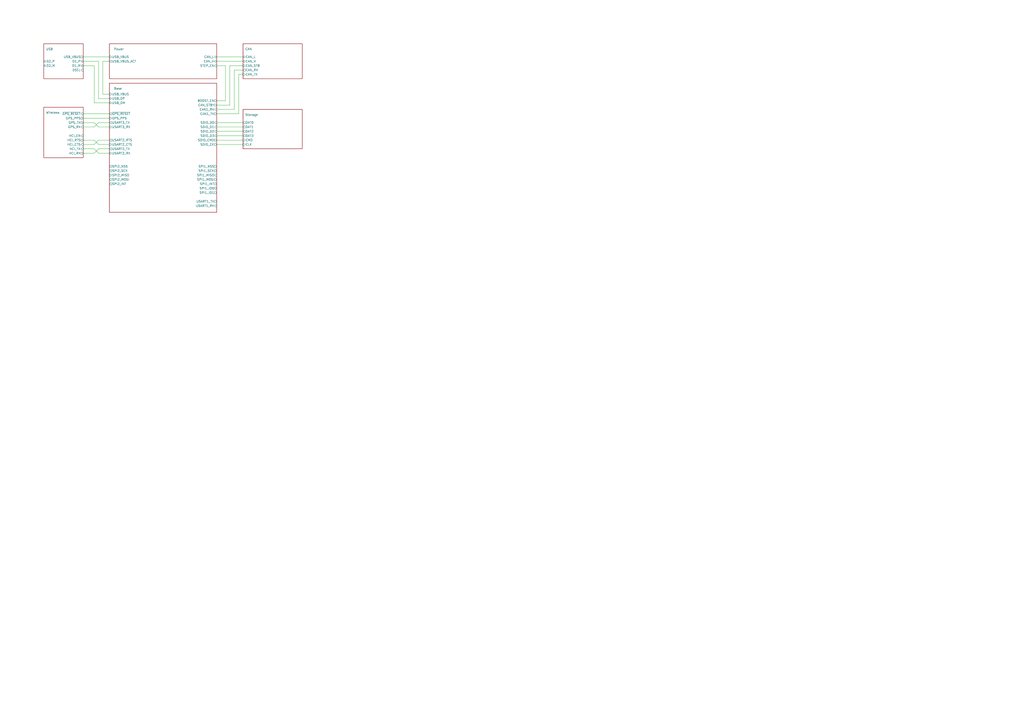
<source format=kicad_sch>
(kicad_sch (version 20211123) (generator eeschema)
  (paper "A2")
  (lib_symbols)
  (wire (pts (xy 54.61 86.36) (xy 57.15 88.9)))
  (wire (pts (xy 54.61 81.28) (xy 57.15 83.82)))
  (wire (pts (xy 54.61 38.1) (xy 54.61 59.69)))
  (wire (pts (xy 125.73 60.96) (xy 133.35 60.96)))
  (wire (pts (xy 125.73 83.82) (xy 140.97 83.82)))
  (wire (pts (xy 125.73 38.1) (xy 130.81 38.1)))
  (wire (pts (xy 125.73 81.28) (xy 140.97 81.28)))
  (wire (pts (xy 54.61 71.12) (xy 57.15 73.66)))
  (wire (pts (xy 48.26 86.36) (xy 54.61 86.36)))
  (wire (pts (xy 140.97 38.1) (xy 133.35 38.1)))
  (wire (pts (xy 48.26 83.82) (xy 54.61 83.82)))
  (wire (pts (xy 125.73 78.74) (xy 140.97 78.74)))
  (wire (pts (xy 125.73 35.56) (xy 140.97 35.56)))
  (wire (pts (xy 48.26 66.04) (xy 63.5 66.04)))
  (wire (pts (xy 125.73 73.66) (xy 140.97 73.66)))
  (wire (pts (xy 54.61 73.66) (xy 57.15 71.12)))
  (wire (pts (xy 125.73 33.02) (xy 140.97 33.02)))
  (wire (pts (xy 48.26 38.1) (xy 54.61 38.1)))
  (wire (pts (xy 133.35 38.1) (xy 133.35 60.96)))
  (wire (pts (xy 140.97 40.64) (xy 135.89 40.64)))
  (wire (pts (xy 138.43 66.04) (xy 138.43 43.18)))
  (wire (pts (xy 48.26 88.9) (xy 54.61 88.9)))
  (wire (pts (xy 48.26 33.02) (xy 63.5 33.02)))
  (wire (pts (xy 59.69 35.56) (xy 59.69 54.61)))
  (wire (pts (xy 130.81 38.1) (xy 130.81 58.42)))
  (wire (pts (xy 54.61 83.82) (xy 57.15 81.28)))
  (wire (pts (xy 48.26 68.58) (xy 63.5 68.58)))
  (wire (pts (xy 57.15 71.12) (xy 63.5 71.12)))
  (wire (pts (xy 48.26 35.56) (xy 57.15 35.56)))
  (wire (pts (xy 125.73 76.2) (xy 140.97 76.2)))
  (wire (pts (xy 57.15 83.82) (xy 63.5 83.82)))
  (wire (pts (xy 57.15 35.56) (xy 57.15 57.15)))
  (wire (pts (xy 57.15 73.66) (xy 63.5 73.66)))
  (wire (pts (xy 57.15 81.28) (xy 63.5 81.28)))
  (wire (pts (xy 125.73 66.04) (xy 138.43 66.04)))
  (wire (pts (xy 63.5 35.56) (xy 59.69 35.56)))
  (wire (pts (xy 125.73 63.5) (xy 135.89 63.5)))
  (wire (pts (xy 125.73 71.12) (xy 140.97 71.12)))
  (wire (pts (xy 54.61 88.9) (xy 57.15 86.36)))
  (wire (pts (xy 57.15 86.36) (xy 63.5 86.36)))
  (wire (pts (xy 48.26 73.66) (xy 54.61 73.66)))
  (wire (pts (xy 59.69 54.61) (xy 63.5 54.61)))
  (wire (pts (xy 57.15 88.9) (xy 63.5 88.9)))
  (wire (pts (xy 57.15 57.15) (xy 63.5 57.15)))
  (wire (pts (xy 48.26 71.12) (xy 54.61 71.12)))
  (wire (pts (xy 138.43 43.18) (xy 140.97 43.18)))
  (wire (pts (xy 48.26 81.28) (xy 54.61 81.28)))
  (wire (pts (xy 125.73 58.42) (xy 130.81 58.42)))
  (wire (pts (xy 135.89 40.64) (xy 135.89 63.5)))
  (wire (pts (xy 54.61 59.69) (xy 63.5 59.69)))
  (sheet (at 140.97 25.4) (size 34.29 20.32) (stroke (width 0.1524))
    (property "Sheet name" "CAN" (at 142.24 29.21 0) (effects (justify left bottom)))
    (property "Sheet file" "CAN.kicad_sch" (effects hide))
    (pin "CAN_H" bidirectional (at 140.97 35.56 180))
    (pin "CAN_L" bidirectional (at 140.97 33.02 180))
    (pin "CAN_STB" input (at 140.97 38.1 180))
    (pin "CAN_TX" input (at 140.97 43.18 180))
    (pin "CAN_RX" output (at 140.97 40.64 180))
  )
  (sheet (at 63.5 48.26) (size 62.23 74.93) (stroke (width 0.1524))
    (property "Sheet name" "Base" (at 66.04 52.07 0) (effects (justify left bottom)))
    (property "Sheet file" "base.kicad_sch" (effects hide))
    (pin "USB_DP" bidirectional (at 63.5 57.15 180))
    (pin "USB_VBUS" input (at 63.5 54.61 180))
    (pin "USB_DM" bidirectional (at 63.5 59.69 180))
    (pin "USART1_RX" input (at 125.73 119.38 0))
    (pin "SPI1_INT" output (at 125.73 106.68 0))
    (pin "SPI1_MISO" input (at 125.73 101.6 0))
    (pin "SPI1_MOSI" output (at 125.73 104.14 0))
    (pin "SPI1_NSS" output (at 125.73 96.52 0))
    (pin "USART2_RTS" output (at 63.5 81.28 180))
    (pin "USART2_CTS" input (at 63.5 83.82 180))
    (pin "USART2_TX" output (at 63.5 86.36 180))
    (pin "USART2_RX" input (at 63.5 88.9 180))
    (pin "SPI1_SCK" output (at 125.73 99.06 0))
    (pin "SDIO_D3" input (at 125.73 78.74 0))
    (pin "SDIO_CK" output (at 125.73 83.82 0))
    (pin "SDIO_D2" input (at 125.73 76.2 0))
    (pin "USART3_TX" output (at 63.5 71.12 180))
    (pin "SPI2_SCK" output (at 63.5 99.06 180))
    (pin "USART3_RX" input (at 63.5 73.66 180))
    (pin "SPI2_NSS" output (at 63.5 96.52 180))
    (pin "SPI2_INT" output (at 63.5 106.68 180))
    (pin "CAN1_TX" output (at 125.73 66.04 0))
    (pin "CAN1_RX" input (at 125.73 63.5 0))
    (pin "USART1_TX" output (at 125.73 116.84 0))
    (pin "SPI1_IO0" output (at 125.73 109.22 0))
    (pin "SDIO_D0" input (at 125.73 71.12 0))
    (pin "SPI1_IO1" output (at 125.73 111.76 0))
    (pin "SPI2_MOSI" output (at 63.5 104.14 180))
    (pin "SPI2_MISO" input (at 63.5 101.6 180))
    (pin "SDIO_D1" input (at 125.73 73.66 0))
    (pin "SDIO_CMD" output (at 125.73 81.28 0))
    (pin "GPS_PPS" input (at 63.5 68.58 180))
    (pin "~{GPS_RESET}" output (at 63.5 66.04 180))
    (pin "BOOST_EN" output (at 125.73 58.42 0))
    (pin "CAN_STBY" output (at 125.73 60.96 0))
  )
  (sheet (at 140.97 63.5) (size 34.29 22.86) (stroke (width 0.1524))
    (property "Sheet name" "Storage" (at 142.24 67.31 0) (effects (justify left bottom)))
    (property "Sheet file" "storage.kicad_sch" (effects hide))
    (pin "CMD" input (at 140.97 81.28 180))
    (pin "DAT2" output (at 140.97 76.2 180))
    (pin "DAT3" output (at 140.97 78.74 180))
    (pin "DAT1" output (at 140.97 73.66 180))
    (pin "DAT0" output (at 140.97 71.12 180))
    (pin "CLK" input (at 140.97 83.82 180))
  )
  (sheet (at 63.5 25.4) (size 62.23 20.32) (stroke (width 0.1524))
    (property "Sheet name" "Power" (at 66.04 29.21 0) (effects (justify left bottom)))
    (property "Sheet file" "power.kicad_sch" (effects hide))
    (pin "USB_VBUS" input (at 63.5 33.02 180))
    (pin "STEP_EN" input (at 125.73 38.1 0))
    (pin "USB_VBUS_ACT" output (at 63.5 35.56 180))
    (pin "CAN_L" bidirectional (at 125.73 33.02 0))
    (pin "CAN_H" bidirectional (at 125.73 35.56 0))
  )
  (sheet (at 25.4 62.23) (size 22.86 29.21) (stroke (width 0.1524))
    (property "Sheet name" "Wireless" (at 26.67 66.04 0) (effects (justify left bottom)))
    (property "Sheet file" "wireless.kicad_sch" (effects hide))
    (pin "GPS_TX" output (at 48.26 71.12 0))
    (pin "GPS_RX" input (at 48.26 73.66 0))
    (pin "HCI_RTS" output (at 48.26 81.28 0))
    (pin "HCI_EN" input (at 48.26 78.74 0))
    (pin "HCI_TX" input (at 48.26 86.36 0))
    (pin "HCI_RX" output (at 48.26 88.9 0))
    (pin "HCI_CTS" input (at 48.26 83.82 0))
    (pin "~{GPS_RESET}" input (at 48.26 66.04 0))
    (pin "GPS_PPS" output (at 48.26 68.58 0))
  )
  (sheet (at 25.4 25.4) (size 22.86 20.32) (stroke (width 0.1524))
    (property "Sheet name" "USB" (at 26.67 29.21 0) (effects (justify left bottom)))
    (property "Sheet file" "USB.kicad_sch" (effects hide))
    (pin "D2_P" bidirectional (at 25.4 35.56 180))
    (pin "D1_M" bidirectional (at 48.26 38.1 0))
    (pin "D2_M" bidirectional (at 25.4 38.1 180))
    (pin "USB_VBUS" output (at 48.26 33.02 0))
    (pin "D1_P" bidirectional (at 48.26 35.56 0))
    (pin "DSEL" input (at 48.26 40.64 0))
  )
)
</source>
